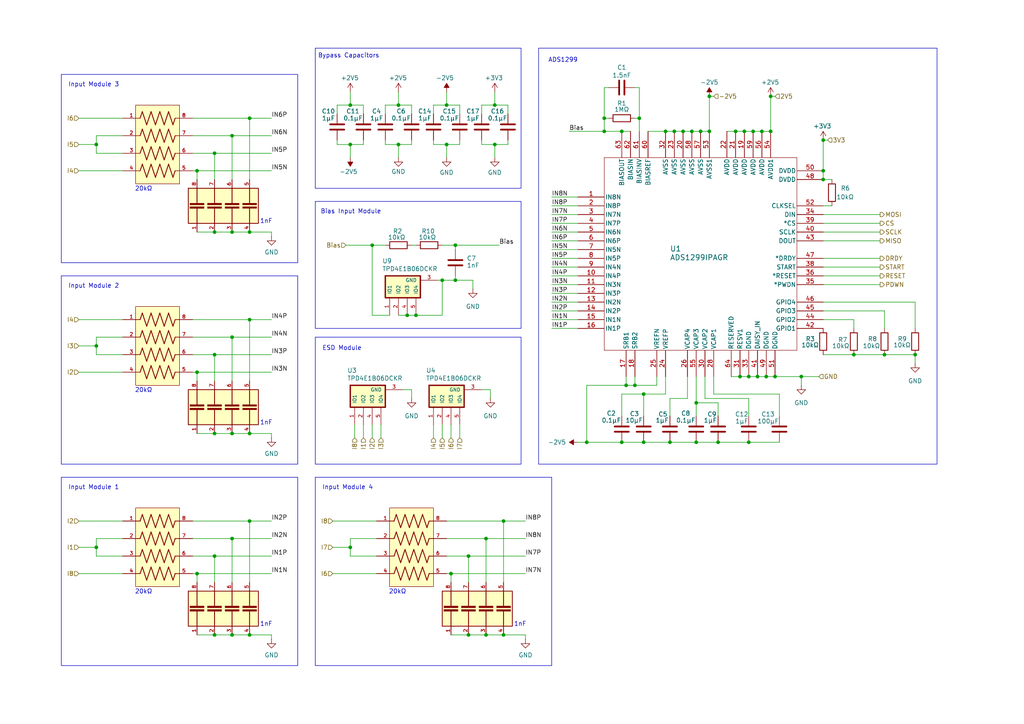
<source format=kicad_sch>
(kicad_sch (version 20231120) (generator "eeschema") (generator_version "8.0")
  (paper "A4")
  (junction (at 72.39 125.73))
  (junction (at 132.08 71.12))
  (junction (at 175.26 34.29))
  (junction (at 219.71 109.22))
  (junction (at 265.43 102.87))
  (junction (at 67.31 39.37))
  (junction (at 72.39 151.13))
  (junction (at 27.94 100.33))
  (junction (at 256.54 102.87))
  (junction (at 27.94 41.91))
  (junction (at 120.65 91.44))
  (junction (at 194.31 128.27))
  (junction (at 135.89 184.15))
  (junction (at 135.89 161.29))
  (junction (at 67.31 125.73))
  (junction (at 217.17 128.27))
  (junction (at 205.74 38.1))
  (junction (at 146.05 151.13))
  (junction (at 208.28 128.27))
  (junction (at 62.23 161.29))
  (junction (at 185.42 34.29))
  (junction (at 72.39 67.31))
  (junction (at 184.15 111.76))
  (junction (at 247.65 102.87))
  (junction (at 115.57 30.48))
  (junction (at 67.31 67.31))
  (junction (at 67.31 97.79))
  (junction (at 72.39 34.29))
  (junction (at 101.6 41.91))
  (junction (at 101.6 30.48))
  (junction (at 62.23 125.73))
  (junction (at 201.93 116.84))
  (junction (at 238.76 40.64))
  (junction (at 140.97 156.21))
  (junction (at 107.95 71.12))
  (junction (at 57.15 49.53))
  (junction (at 118.11 91.44))
  (junction (at 238.76 49.53))
  (junction (at 128.27 81.28))
  (junction (at 223.52 27.94))
  (junction (at 170.18 128.27))
  (junction (at 198.12 38.1))
  (junction (at 62.23 67.31))
  (junction (at 140.97 184.15))
  (junction (at 180.34 128.27))
  (junction (at 146.05 184.15))
  (junction (at 218.44 38.1))
  (junction (at 129.54 30.48))
  (junction (at 132.08 81.28))
  (junction (at 205.74 27.94))
  (junction (at 186.69 114.3))
  (junction (at 224.79 109.22))
  (junction (at 72.39 92.71))
  (junction (at 62.23 102.87))
  (junction (at 186.69 128.27))
  (junction (at 62.23 44.45))
  (junction (at 214.63 109.22))
  (junction (at 129.54 41.91))
  (junction (at 181.61 111.76))
  (junction (at 143.51 30.48))
  (junction (at 232.41 109.22))
  (junction (at 62.23 184.15))
  (junction (at 223.52 38.1))
  (junction (at 27.94 158.75))
  (junction (at 200.66 38.1))
  (junction (at 175.26 38.1))
  (junction (at 67.31 156.21))
  (junction (at 193.04 38.1))
  (junction (at 57.15 166.37))
  (junction (at 115.57 41.91))
  (junction (at 217.17 109.22))
  (junction (at 195.58 38.1))
  (junction (at 101.6 158.75))
  (junction (at 238.76 52.07))
  (junction (at 220.98 38.1))
  (junction (at 180.34 38.1))
  (junction (at 215.9 38.1))
  (junction (at 143.51 41.91))
  (junction (at 72.39 184.15))
  (junction (at 130.81 166.37))
  (junction (at 57.15 107.95))
  (junction (at 201.93 128.27))
  (junction (at 213.36 38.1))
  (junction (at 203.2 38.1))
  (junction (at 67.31 184.15))
  (junction (at 222.25 109.22))
  (wire (pts (xy 55.88 92.71) (xy 72.39 92.71)))
  (wire (pts (xy 105.41 123.19) (xy 105.41 127)))
  (wire (pts (xy 113.03 91.44) (xy 107.95 91.44)))
  (wire (pts (xy 119.38 113.03) (xy 116.84 113.03)))
  (wire (pts (xy 160.02 95.25) (xy 167.64 95.25)))
  (wire (pts (xy 57.15 166.37) (xy 57.15 168.91)))
  (wire (pts (xy 125.73 30.48) (xy 129.54 30.48)))
  (wire (pts (xy 111.76 41.91) (xy 111.76 40.64)))
  (wire (pts (xy 102.87 123.19) (xy 102.87 127)))
  (wire (pts (xy 128.27 81.28) (xy 128.27 91.44)))
  (wire (pts (xy 220.98 38.1) (xy 223.52 38.1)))
  (wire (pts (xy 129.54 156.21) (xy 140.97 156.21)))
  (wire (pts (xy 107.95 71.12) (xy 111.76 71.12)))
  (wire (pts (xy 180.34 128.27) (xy 186.69 128.27)))
  (wire (pts (xy 207.01 109.22) (xy 207.01 114.3)))
  (wire (pts (xy 175.26 25.4) (xy 176.53 25.4)))
  (wire (pts (xy 139.7 41.91) (xy 139.7 40.64)))
  (wire (pts (xy 101.6 41.91) (xy 105.41 41.91)))
  (wire (pts (xy 194.31 128.27) (xy 201.93 128.27)))
  (wire (pts (xy 186.69 114.3) (xy 186.69 120.65)))
  (wire (pts (xy 184.15 111.76) (xy 190.5 111.76)))
  (wire (pts (xy 160.02 80.01) (xy 167.64 80.01)))
  (wire (pts (xy 97.79 41.91) (xy 97.79 40.64)))
  (wire (pts (xy 107.95 123.19) (xy 107.95 127)))
  (wire (pts (xy 185.42 25.4) (xy 184.15 25.4)))
  (wire (pts (xy 160.02 82.55) (xy 167.64 82.55)))
  (wire (pts (xy 265.43 87.63) (xy 265.43 95.25)))
  (wire (pts (xy 115.57 30.48) (xy 119.38 30.48)))
  (wire (pts (xy 160.02 59.69) (xy 167.64 59.69)))
  (wire (pts (xy 27.94 161.29) (xy 35.56 161.29)))
  (wire (pts (xy 247.65 92.71) (xy 247.65 95.25)))
  (wire (pts (xy 132.08 80.01) (xy 132.08 81.28)))
  (wire (pts (xy 96.52 166.37) (xy 109.22 166.37)))
  (wire (pts (xy 181.61 111.76) (xy 184.15 111.76)))
  (wire (pts (xy 62.23 102.87) (xy 78.74 102.87)))
  (wire (pts (xy 57.15 184.15) (xy 62.23 184.15)))
  (wire (pts (xy 160.02 64.77) (xy 167.64 64.77)))
  (wire (pts (xy 55.88 39.37) (xy 67.31 39.37)))
  (wire (pts (xy 62.23 161.29) (xy 62.23 168.91)))
  (wire (pts (xy 22.86 49.53) (xy 35.56 49.53)))
  (wire (pts (xy 204.47 115.57) (xy 217.17 115.57)))
  (wire (pts (xy 147.32 41.91) (xy 147.32 40.64)))
  (wire (pts (xy 205.74 27.94) (xy 207.01 27.94)))
  (wire (pts (xy 128.27 71.12) (xy 132.08 71.12)))
  (wire (pts (xy 133.35 30.48) (xy 133.35 33.02)))
  (wire (pts (xy 22.86 166.37) (xy 35.56 166.37)))
  (wire (pts (xy 132.08 81.28) (xy 137.16 81.28)))
  (wire (pts (xy 57.15 107.95) (xy 78.74 107.95)))
  (wire (pts (xy 180.34 120.65) (xy 180.34 114.3)))
  (wire (pts (xy 133.35 123.19) (xy 133.35 127)))
  (wire (pts (xy 105.41 41.91) (xy 105.41 40.64)))
  (wire (pts (xy 160.02 57.15) (xy 167.64 57.15)))
  (wire (pts (xy 62.23 67.31) (xy 67.31 67.31)))
  (wire (pts (xy 125.73 33.02) (xy 125.73 30.48)))
  (wire (pts (xy 180.34 114.3) (xy 186.69 114.3)))
  (wire (pts (xy 120.65 91.44) (xy 128.27 91.44)))
  (wire (pts (xy 143.51 41.91) (xy 143.51 45.72)))
  (wire (pts (xy 111.76 33.02) (xy 111.76 30.48)))
  (wire (pts (xy 111.76 30.48) (xy 115.57 30.48)))
  (wire (pts (xy 200.66 38.1) (xy 203.2 38.1)))
  (wire (pts (xy 219.71 109.22) (xy 222.25 109.22)))
  (wire (pts (xy 22.86 107.95) (xy 35.56 107.95)))
  (wire (pts (xy 142.24 113.03) (xy 139.7 113.03)))
  (wire (pts (xy 238.76 77.47) (xy 255.27 77.47)))
  (wire (pts (xy 160.02 67.31) (xy 167.64 67.31)))
  (wire (pts (xy 67.31 39.37) (xy 78.74 39.37)))
  (wire (pts (xy 130.81 166.37) (xy 130.81 168.91)))
  (wire (pts (xy 217.17 115.57) (xy 217.17 120.65)))
  (wire (pts (xy 128.27 123.19) (xy 128.27 127)))
  (wire (pts (xy 185.42 25.4) (xy 185.42 34.29)))
  (wire (pts (xy 97.79 30.48) (xy 101.6 30.48)))
  (wire (pts (xy 119.38 115.57) (xy 119.38 113.03)))
  (wire (pts (xy 238.76 74.93) (xy 255.27 74.93)))
  (wire (pts (xy 67.31 67.31) (xy 72.39 67.31)))
  (wire (pts (xy 146.05 168.91) (xy 146.05 151.13)))
  (wire (pts (xy 238.76 64.77) (xy 255.27 64.77)))
  (wire (pts (xy 207.01 114.3) (xy 226.06 114.3)))
  (wire (pts (xy 135.89 161.29) (xy 135.89 168.91)))
  (wire (pts (xy 201.93 128.27) (xy 208.28 128.27)))
  (wire (pts (xy 170.18 111.76) (xy 170.18 128.27)))
  (wire (pts (xy 222.25 109.22) (xy 224.79 109.22)))
  (wire (pts (xy 160.02 72.39) (xy 167.64 72.39)))
  (wire (pts (xy 160.02 85.09) (xy 167.64 85.09)))
  (wire (pts (xy 57.15 67.31) (xy 62.23 67.31)))
  (wire (pts (xy 62.23 44.45) (xy 78.74 44.45)))
  (wire (pts (xy 238.76 90.17) (xy 256.54 90.17)))
  (wire (pts (xy 67.31 156.21) (xy 67.31 168.91)))
  (wire (pts (xy 217.17 128.27) (xy 226.06 128.27)))
  (wire (pts (xy 135.89 161.29) (xy 152.4 161.29)))
  (wire (pts (xy 238.76 80.01) (xy 255.27 80.01)))
  (wire (pts (xy 55.88 107.95) (xy 57.15 107.95)))
  (wire (pts (xy 194.31 115.57) (xy 194.31 120.65)))
  (wire (pts (xy 67.31 97.79) (xy 78.74 97.79)))
  (wire (pts (xy 193.04 38.1) (xy 195.58 38.1)))
  (wire (pts (xy 119.38 41.91) (xy 119.38 40.64)))
  (wire (pts (xy 208.28 128.27) (xy 217.17 128.27)))
  (wire (pts (xy 57.15 49.53) (xy 57.15 52.07)))
  (wire (pts (xy 143.51 30.48) (xy 147.32 30.48)))
  (wire (pts (xy 22.86 151.13) (xy 35.56 151.13)))
  (wire (pts (xy 27.94 97.79) (xy 35.56 97.79)))
  (wire (pts (xy 55.88 166.37) (xy 57.15 166.37)))
  (wire (pts (xy 201.93 120.65) (xy 201.93 116.84)))
  (wire (pts (xy 217.17 109.22) (xy 219.71 109.22)))
  (wire (pts (xy 160.02 69.85) (xy 167.64 69.85)))
  (wire (pts (xy 201.93 116.84) (xy 208.28 116.84)))
  (wire (pts (xy 119.38 71.12) (xy 120.65 71.12)))
  (wire (pts (xy 55.88 156.21) (xy 67.31 156.21)))
  (wire (pts (xy 185.42 34.29) (xy 185.42 38.1)))
  (wire (pts (xy 101.6 161.29) (xy 109.22 161.29)))
  (wire (pts (xy 55.88 49.53) (xy 57.15 49.53)))
  (wire (pts (xy 115.57 91.44) (xy 118.11 91.44)))
  (wire (pts (xy 67.31 156.21) (xy 78.74 156.21)))
  (wire (pts (xy 55.88 151.13) (xy 72.39 151.13)))
  (wire (pts (xy 78.74 67.31) (xy 72.39 67.31)))
  (wire (pts (xy 62.23 125.73) (xy 67.31 125.73)))
  (wire (pts (xy 146.05 151.13) (xy 152.4 151.13)))
  (wire (pts (xy 78.74 125.73) (xy 72.39 125.73)))
  (wire (pts (xy 27.94 100.33) (xy 27.94 102.87)))
  (wire (pts (xy 132.08 72.39) (xy 132.08 71.12)))
  (wire (pts (xy 170.18 111.76) (xy 181.61 111.76)))
  (wire (pts (xy 125.73 123.19) (xy 125.73 127)))
  (wire (pts (xy 27.94 39.37) (xy 35.56 39.37)))
  (wire (pts (xy 215.9 38.1) (xy 218.44 38.1)))
  (wire (pts (xy 129.54 26.67) (xy 129.54 30.48)))
  (wire (pts (xy 78.74 127) (xy 78.74 125.73)))
  (wire (pts (xy 232.41 109.22) (xy 237.49 109.22)))
  (wire (pts (xy 115.57 41.91) (xy 119.38 41.91)))
  (wire (pts (xy 130.81 166.37) (xy 152.4 166.37)))
  (wire (pts (xy 105.41 30.48) (xy 105.41 33.02)))
  (wire (pts (xy 199.39 109.22) (xy 199.39 115.57)))
  (wire (pts (xy 238.76 92.71) (xy 247.65 92.71)))
  (wire (pts (xy 143.51 26.67) (xy 143.51 30.48)))
  (wire (pts (xy 241.3 59.69) (xy 238.76 59.69)))
  (wire (pts (xy 57.15 107.95) (xy 57.15 110.49)))
  (wire (pts (xy 101.6 156.21) (xy 109.22 156.21)))
  (wire (pts (xy 223.52 27.94) (xy 224.79 27.94)))
  (wire (pts (xy 232.41 109.22) (xy 224.79 109.22)))
  (wire (pts (xy 142.24 115.57) (xy 142.24 113.03)))
  (wire (pts (xy 198.12 38.1) (xy 200.66 38.1)))
  (wire (pts (xy 204.47 109.22) (xy 204.47 115.57)))
  (wire (pts (xy 96.52 151.13) (xy 109.22 151.13)))
  (wire (pts (xy 175.26 25.4) (xy 175.26 34.29)))
  (wire (pts (xy 140.97 156.21) (xy 140.97 168.91)))
  (wire (pts (xy 238.76 69.85) (xy 255.27 69.85)))
  (wire (pts (xy 67.31 97.79) (xy 67.31 110.49)))
  (wire (pts (xy 72.39 34.29) (xy 78.74 34.29)))
  (wire (pts (xy 22.86 34.29) (xy 35.56 34.29)))
  (wire (pts (xy 96.52 158.75) (xy 101.6 158.75)))
  (wire (pts (xy 205.74 27.94) (xy 205.74 38.1)))
  (wire (pts (xy 107.95 91.44) (xy 107.95 71.12)))
  (wire (pts (xy 160.02 74.93) (xy 167.64 74.93)))
  (wire (pts (xy 129.54 41.91) (xy 129.54 45.72)))
  (wire (pts (xy 218.44 38.1) (xy 220.98 38.1)))
  (wire (pts (xy 119.38 30.48) (xy 119.38 33.02)))
  (wire (pts (xy 241.3 52.07) (xy 238.76 52.07)))
  (wire (pts (xy 97.79 33.02) (xy 97.79 30.48)))
  (wire (pts (xy 97.79 41.91) (xy 101.6 41.91)))
  (wire (pts (xy 72.39 52.07) (xy 72.39 34.29)))
  (wire (pts (xy 139.7 33.02) (xy 139.7 30.48)))
  (wire (pts (xy 130.81 184.15) (xy 135.89 184.15)))
  (wire (pts (xy 165.1 38.1) (xy 175.26 38.1)))
  (wire (pts (xy 187.96 38.1) (xy 193.04 38.1)))
  (wire (pts (xy 215.9 38.1) (xy 213.36 38.1)))
  (wire (pts (xy 22.86 92.71) (xy 35.56 92.71)))
  (wire (pts (xy 27.94 39.37) (xy 27.94 41.91)))
  (wire (pts (xy 256.54 90.17) (xy 256.54 95.25)))
  (wire (pts (xy 240.03 40.64) (xy 238.76 40.64)))
  (wire (pts (xy 170.18 128.27) (xy 180.34 128.27)))
  (wire (pts (xy 55.88 102.87) (xy 62.23 102.87)))
  (wire (pts (xy 160.02 77.47) (xy 167.64 77.47)))
  (wire (pts (xy 175.26 38.1) (xy 180.34 38.1)))
  (wire (pts (xy 67.31 39.37) (xy 67.31 52.07)))
  (wire (pts (xy 160.02 90.17) (xy 167.64 90.17)))
  (wire (pts (xy 62.23 44.45) (xy 62.23 52.07)))
  (wire (pts (xy 27.94 41.91) (xy 27.94 44.45)))
  (wire (pts (xy 57.15 49.53) (xy 78.74 49.53)))
  (wire (pts (xy 62.23 184.15) (xy 67.31 184.15)))
  (wire (pts (xy 132.08 71.12) (xy 144.78 71.12)))
  (wire (pts (xy 140.97 184.15) (xy 146.05 184.15)))
  (wire (pts (xy 152.4 184.15) (xy 146.05 184.15)))
  (wire (pts (xy 67.31 125.73) (xy 72.39 125.73)))
  (wire (pts (xy 101.6 156.21) (xy 101.6 158.75)))
  (wire (pts (xy 27.94 44.45) (xy 35.56 44.45)))
  (wire (pts (xy 201.93 109.22) (xy 201.93 116.84)))
  (wire (pts (xy 193.04 109.22) (xy 193.04 114.3)))
  (wire (pts (xy 247.65 102.87) (xy 256.54 102.87)))
  (wire (pts (xy 152.4 185.42) (xy 152.4 184.15)))
  (wire (pts (xy 160.02 62.23) (xy 167.64 62.23)))
  (wire (pts (xy 184.15 109.22) (xy 184.15 111.76)))
  (wire (pts (xy 238.76 40.64) (xy 238.76 49.53)))
  (wire (pts (xy 190.5 109.22) (xy 190.5 111.76)))
  (wire (pts (xy 115.57 41.91) (xy 115.57 45.72)))
  (wire (pts (xy 115.57 26.67) (xy 115.57 30.48)))
  (wire (pts (xy 143.51 41.91) (xy 147.32 41.91)))
  (wire (pts (xy 210.82 38.1) (xy 213.36 38.1)))
  (wire (pts (xy 129.54 151.13) (xy 146.05 151.13)))
  (wire (pts (xy 22.86 158.75) (xy 27.94 158.75)))
  (wire (pts (xy 180.34 38.1) (xy 182.88 38.1)))
  (wire (pts (xy 110.49 123.19) (xy 110.49 127)))
  (wire (pts (xy 203.2 38.1) (xy 205.74 38.1)))
  (wire (pts (xy 22.86 100.33) (xy 27.94 100.33)))
  (wire (pts (xy 55.88 161.29) (xy 62.23 161.29)))
  (wire (pts (xy 238.76 82.55) (xy 255.27 82.55)))
  (wire (pts (xy 137.16 81.28) (xy 137.16 83.82)))
  (wire (pts (xy 185.42 34.29) (xy 184.15 34.29)))
  (wire (pts (xy 72.39 168.91) (xy 72.39 151.13)))
  (wire (pts (xy 139.7 30.48) (xy 143.51 30.48)))
  (wire (pts (xy 72.39 110.49) (xy 72.39 92.71)))
  (wire (pts (xy 135.89 184.15) (xy 140.97 184.15)))
  (wire (pts (xy 175.26 34.29) (xy 176.53 34.29)))
  (wire (pts (xy 238.76 62.23) (xy 255.27 62.23)))
  (wire (pts (xy 208.28 116.84) (xy 208.28 120.65)))
  (wire (pts (xy 101.6 26.67) (xy 101.6 30.48)))
  (wire (pts (xy 72.39 151.13) (xy 78.74 151.13)))
  (wire (pts (xy 212.09 109.22) (xy 214.63 109.22)))
  (wire (pts (xy 129.54 41.91) (xy 133.35 41.91)))
  (wire (pts (xy 181.61 109.22) (xy 181.61 111.76)))
  (wire (pts (xy 238.76 67.31) (xy 255.27 67.31)))
  (wire (pts (xy 101.6 158.75) (xy 101.6 161.29)))
  (wire (pts (xy 186.69 128.27) (xy 194.31 128.27)))
  (wire (pts (xy 100.33 71.12) (xy 107.95 71.12)))
  (wire (pts (xy 127 81.28) (xy 128.27 81.28)))
  (wire (pts (xy 214.63 109.22) (xy 217.17 109.22)))
  (wire (pts (xy 130.81 123.19) (xy 130.81 127)))
  (wire (pts (xy 129.54 166.37) (xy 130.81 166.37)))
  (wire (pts (xy 195.58 38.1) (xy 198.12 38.1)))
  (wire (pts (xy 223.52 27.94) (xy 223.52 38.1)))
  (wire (pts (xy 55.88 34.29) (xy 72.39 34.29)))
  (wire (pts (xy 111.76 41.91) (xy 115.57 41.91)))
  (wire (pts (xy 27.94 158.75) (xy 27.94 161.29)))
  (wire (pts (xy 133.35 41.91) (xy 133.35 40.64)))
  (wire (pts (xy 125.73 41.91) (xy 125.73 40.64)))
  (wire (pts (xy 27.94 156.21) (xy 35.56 156.21)))
  (wire (pts (xy 129.54 161.29) (xy 135.89 161.29)))
  (wire (pts (xy 22.86 41.91) (xy 27.94 41.91)))
  (wire (pts (xy 67.31 184.15) (xy 72.39 184.15)))
  (wire (pts (xy 199.39 115.57) (xy 194.31 115.57)))
  (wire (pts (xy 125.73 41.91) (xy 129.54 41.91)))
  (wire (pts (xy 101.6 30.48) (xy 105.41 30.48)))
  (wire (pts (xy 175.26 34.29) (xy 175.26 38.1)))
  (wire (pts (xy 265.43 105.41) (xy 265.43 102.87)))
  (wire (pts (xy 57.15 125.73) (xy 62.23 125.73)))
  (wire (pts (xy 57.15 166.37) (xy 78.74 166.37)))
  (wire (pts (xy 118.11 91.44) (xy 120.65 91.44)))
  (wire (pts (xy 139.7 41.91) (xy 143.51 41.91)))
  (wire (pts (xy 129.54 30.48) (xy 133.35 30.48)))
  (wire (pts (xy 78.74 68.58) (xy 78.74 67.31)))
  (wire (pts (xy 55.88 44.45) (xy 62.23 44.45)))
  (wire (pts (xy 140.97 156.21) (xy 152.4 156.21)))
  (wire (pts (xy 226.06 114.3) (xy 226.06 120.65)))
  (wire (pts (xy 238.76 87.63) (xy 265.43 87.63)))
  (wire (pts (xy 78.74 185.42) (xy 78.74 184.15)))
  (wire (pts (xy 238.76 49.53) (xy 238.76 52.07)))
  (wire (pts (xy 147.32 30.48) (xy 147.32 33.02)))
  (wire (pts (xy 160.02 92.71) (xy 167.64 92.71)))
  (wire (pts (xy 265.43 102.87) (xy 256.54 102.87)))
  (wire (pts (xy 72.39 92.71) (xy 78.74 92.71)))
  (wire (pts (xy 238.76 102.87) (xy 247.65 102.87)))
  (wire (pts (xy 55.88 97.79) (xy 67.31 97.79)))
  (wire (pts (xy 78.74 184.15) (xy 72.39 184.15)))
  (wire (pts (xy 62.23 161.29) (xy 78.74 161.29)))
  (wire (pts (xy 160.02 87.63) (xy 167.64 87.63)))
  (wire (pts (xy 101.6 41.91) (xy 101.6 45.72)))
  (wire (pts (xy 232.41 111.76) (xy 232.41 109.22)))
  (wire (pts (xy 27.94 156.21) (xy 27.94 158.75)))
  (wire (pts (xy 27.94 97.79) (xy 27.94 100.33)))
  (wire (pts (xy 167.64 128.27) (xy 170.18 128.27)))
  (wire (pts (xy 62.23 102.87) (xy 62.23 110.49)))
  (wire (pts (xy 193.04 114.3) (xy 186.69 114.3)))
  (wire (pts (xy 27.94 102.87) (xy 35.56 102.87)))
  (wire (pts (xy 132.08 81.28) (xy 128.27 81.28)))
  (rectangle (start 91.44 13.97) (end 151.13 54.61))
  (rectangle (start 17.78 21.59) (end 86.36 76.2))
  (rectangle (start 17.78 80.01) (end 86.36 134.62))
  (rectangle (start 17.78 138.43) (end 86.36 193.04))
  (rectangle (start 91.44 138.43) (end 160.02 193.04))
  (rectangle (start 156.21 13.97) (end 271.78 134.62))
  (rectangle (start 91.44 58.42) (end 151.13 95.25))
  (rectangle (start 91.44 97.79) (end 151.13 134.62))
  (text "Input Module 3\n" (at 19.812 23.876 0) (effects (font (size 1.27 1.27)) (justify left top)))
  (text "1nF" (at 150.876 181.102 0) (effects (font (size 1.27 1.27))))
  (text "1nF" (at 77.216 122.682 0) (effects (font (size 1.27 1.27))))
  (text "Bypass Capacitors" (at 92.202 15.494 0) (effects (font (size 1.27 1.27)) (justify left top)))
  (text "ESD Module" (at 93.472 100.33 0) (effects (font (size 1.27 1.27)) (justify left top)))
  (text "1nF" (at 77.216 64.262 0) (effects (font (size 1.27 1.27))))
  (text "20kΩ" (at 41.656 171.704 0) (effects (font (size 1.27 1.27))))
  (text "1nF" (at 77.216 181.102 0) (effects (font (size 1.27 1.27))))
  (text "20kΩ" (at 115.316 171.704 0) (effects (font (size 1.27 1.27))))
  (text "20kΩ" (at 41.656 113.284 0) (effects (font (size 1.27 1.27))))
  (text "Bias Input Module\n" (at 92.964 60.706 0) (effects (font (size 1.27 1.27)) (justify left top)))
  (text "Input Module 1" (at 19.812 140.716 0) (effects (font (size 1.27 1.27)) (justify left top)))
  (text "20kΩ" (at 41.656 54.864 0) (effects (font (size 1.27 1.27))))
  (text "Input Module 4\n\n" (at 93.472 140.716 0) (effects (font (size 1.27 1.27)) (justify left top)))
  (text "ADS1299" (at 159.004 16.764 0) (effects (font (size 1.27 1.27)) (justify left top)))
  (text "Input Module 2\n\n" (at 19.812 82.296 0) (effects (font (size 1.27 1.27)) (justify left top)))
  (label "IN4N" (at 78.74 97.79 0))
  (label "IN1N" (at 78.74 166.37 0))
  (label "IN3P" (at 160.02 85.09 0))
  (label "IN2P" (at 78.74 151.13 0))
  (label "IN6N" (at 78.74 39.37 0))
  (label "IN2N" (at 160.02 87.63 0))
  (label "IN4P" (at 160.02 80.01 0))
  (label "IN2P" (at 160.02 90.17 0))
  (label "IN8P" (at 160.02 59.69 0))
  (label "IN5N" (at 78.74 49.53 0))
  (label "IN5P" (at 78.74 44.45 0))
  (label "IN3N" (at 160.02 82.55 0))
  (label "IN6N" (at 160.02 67.31 0))
  (label "IN6P" (at 78.74 34.29 0))
  (label "IN6P" (at 160.02 69.85 0))
  (label "IN4N" (at 160.02 77.47 0))
  (label "IN7N" (at 152.4 166.37 0))
  (label "IN5N" (at 160.02 72.39 0))
  (label "Bias" (at 144.78 71.12 0))
  (label "IN1P" (at 160.02 95.25 0))
  (label "IN3N" (at 78.74 107.95 0))
  (label "IN7N" (at 160.02 62.23 0))
  (label "IN3P" (at 78.74 102.87 0))
  (label "IN7P" (at 152.4 161.29 0))
  (label "IN7P" (at 160.02 64.77 0))
  (label "IN8P" (at 152.4 151.13 0))
  (label "IN2N" (at 78.74 156.21 0))
  (label "IN8N" (at 152.4 156.21 0))
  (label "IN1N" (at 160.02 92.71 0))
  (label "IN1P" (at 78.74 161.29 0))
  (label "Bias" (at 165.1 38.1 0))
  (label "IN8N" (at 160.02 57.15 0))
  (label "IN4P" (at 78.74 92.71 0))
  (label "IN5P" (at 160.02 74.93 0))
  (hierarchical_label "I8" (shape input) (at 22.86 166.37 180))
  (hierarchical_label "I3" (shape input) (at 22.86 100.33 180))
  (hierarchical_label "I2" (shape input) (at 107.95 127 270))
  (hierarchical_label "3V3" (shape input) (at 240.03 40.64 0))
  (hierarchical_label "I1" (shape input) (at 105.41 127 270))
  (hierarchical_label "I8" (shape input) (at 96.52 151.13 180))
  (hierarchical_label "START" (shape output) (at 255.27 77.47 0))
  (hierarchical_label "I2" (shape input) (at 22.86 151.13 180))
  (hierarchical_label "I4" (shape input) (at 125.73 127 270))
  (hierarchical_label "I4" (shape input) (at 22.86 92.71 180))
  (hierarchical_label "I2" (shape input) (at 22.86 107.95 180))
  (hierarchical_label "CS" (shape output) (at 255.27 64.77 0))
  (hierarchical_label "SCLK" (shape output) (at 255.27 67.31 0))
  (hierarchical_label "I3" (shape input) (at 110.49 127 270))
  (hierarchical_label "I7" (shape input) (at 133.35 127 270))
  (hierarchical_label "I4" (shape input) (at 22.86 49.53 180))
  (hierarchical_label "2V5" (shape input) (at 224.79 27.94 0))
  (hierarchical_label "PDWN" (shape output) (at 255.27 82.55 0))
  (hierarchical_label "DRDY" (shape output) (at 255.27 74.93 0))
  (hierarchical_label "I6" (shape input) (at 96.52 166.37 180))
  (hierarchical_label "Bias" (shape input) (at 100.33 71.12 180))
  (hierarchical_label "I5" (shape input) (at 128.27 127 270))
  (hierarchical_label "I7" (shape input) (at 96.52 158.75 180))
  (hierarchical_label "MISO" (shape output) (at 255.27 69.85 0))
  (hierarchical_label "RESET" (shape output) (at 255.27 80.01 0))
  (hierarchical_label "I1" (shape input) (at 22.86 158.75 180))
  (hierarchical_label "I6" (shape input) (at 130.81 127 270))
  (hierarchical_label "I8" (shape input) (at 102.87 127 270))
  (hierarchical_label "MOSI" (shape output) (at 255.27 62.23 0))
  (hierarchical_label "I6" (shape input) (at 22.86 34.29 180))
  (hierarchical_label "-2V5" (shape input) (at 207.01 27.94 0))
  (hierarchical_label "I5" (shape input) (at 22.86 41.91 180))
  (hierarchical_label "GND" (shape input) (at 237.49 109.22 0))
  (symbol (lib_id "Device:R") (at 124.46 71.12 270) (unit 1)
    (property "Reference" "R10" (at 124.206 67.056 90))
    (property "Value" "10kΩ" (at 123.952 68.834 90))
    (property "Footprint" "Resistor_SMD:R_0805_2012Metric_Pad1.20x1.40mm_HandSolder" (effects (hide yes)))
    (property "Description" "Resistor" (effects (hide yes)))
  )
  (symbol (lib_id "custom_lib:CAY16-103J4LF") (at 119.38 158.75 0) (unit 1)
    (property "Reference" "RN5" (effects (hide yes)))
    (property "Value" "CAY16-103J4LF" (effects (hide yes)))
    (property "Footprint" "CustomLib:CAT16A203J4LF" (effects (hide yes)))
    (property "Description" "75 Ohm ±5% 62.5mW Power Per Element Isolated Resistor Network/Array ±200ppm/°C 1206 (3216 Metric), Convex, Long Side Terminals" (effects (hide yes)))
    (property "MF" "Bourns" (effects (hide yes)))
    (property "MOUSER-PURCHASE-URL" "https://snapeda.com/shop?store=Mouser&id=1382804" (effects (hide yes)))
    (property "PACKAGE" "1206 Bourns" (effects (hide yes)))
    (property "PRICE" "None" (effects (hide yes)))
    (property "Package" "NON STANDARD-8 Bourns" (effects (hide yes)))
    (property "Check_prices" "https://www.snapeda.com/parts/CAY16-103J4LF/Bourns+-+J.W.+Miller/view-part/?ref=eda" (effects (hide yes)))
    (property "Price" "None" (effects (hide yes)))
    (property "SnapEDA_Link" "https://www.snapeda.com/parts/CAY16-103J4LF/Bourns+-+J.W.+Miller/view-part/?ref=snap" (effects (hide yes)))
    (property "MP" "CAY16-103J4LF" (effects (hide yes)))
    (property "DIGIKEY-PURCHASE-URL" "https://snapeda.com/shop?store=DigiKey&id=1382804" (effects (hide yes)))
    (property "Purchase-URL" "https://www.snapeda.com/api/url_track_click_mouser/?unipart_id=47136&manufacturer=Bourns&part_name=CAY16-103J4LF&search_term=None" (effects (hide yes)))
    (property "Availability" "In Stock" (effects (hide yes)))
    (property "AVAILABILITY" "Good" (effects (hide yes)))
    (property "Description_1" "\nResistor, Chip Array,10 Kilohms,62 mW,+ 5%,50 V (Max.) | Bourns CAY16-103J4LF\n" (effects (hide yes)))
  )
  (symbol (lib_id "custom_lib:W2A41C681KAT2A") (at 64.77 118.11 90) (unit 1)
    (property "Reference" "CN6" (effects (hide yes)))
    (property "Value" "W2A41C681KAT2A" (effects (hide yes)))
    (property "Footprint" "CustomLib:W3A41C102MAT2A" (effects (hide yes)))
    (property "MF" "AVX" (effects (hide yes)))
    (property "Description_1" "\n680pF Isolated Capacitor 4 Array 100 V X7R 0508 (1220 Metric)\n" (effects (hide yes)))
    (property "Package" "0508 AVX" (effects (hide yes)))
    (property "Price" "None" (effects (hide yes)))
    (property "Check_prices" "https://www.snapeda.com/parts/W2A41C681KAT2A/AVX/view-part/?ref=eda" (effects (hide yes)))
    (property "STANDARD" "IPC 7351B" (effects (hide yes)))
    (property "SnapEDA_Link" "https://www.snapeda.com/parts/W2A41C681KAT2A/AVX/view-part/?ref=snap" (effects (hide yes)))
    (property "MP" "W2A41C681KAT2A" (effects (hide yes)))
    (property "Availability" "In Stock" (effects (hide yes)))
    (property "MANUFACTURER" "AVX" (effects (hide yes)))
  )
  (symbol (lib_id "Device:C") (at 180.34 124.46 180) (unit 1)
    (property "Reference" "C2" (at 177.292 119.888 0))
    (property "Value" "0.1µF " (at 177.8 121.92 0))
    (property "Footprint" "Capacitor_SMD:C_0603_1608Metric_Pad1.08x0.95mm_HandSolder" (effects (hide yes)))
    (property "Description" "Unpolarized capacitor" (effects (hide yes)))
  )
  (symbol (lib_id "power:GND") (at 232.41 111.76 0) (unit 1)
    (property "Reference" "#PWR07" (effects (hide yes)))
    (property "Value" "GND" (at 232.41 116.84 0))
    (property "Description" "Power symbol creates a global label with name \"GND\" , ground" (effects (hide yes)))
  )
  (symbol (lib_name "TPD4E1B06DCKR_1") (lib_id "custom_lib:TPD4E1B06DCKR") (at 114.3 119.38 0) (unit 1)
    (property "Reference" "U3" (at 102.108 107.442 0))
    (property "Value" "TPD4E1B06DCKR" (at 108.712 109.728 0))
    (property "Footprint" "CustomLib:tpd4e1b06dckr" (effects (hide yes)))
    (property "MF" "Texas Instruments" (effects (hide yes)))
    (property "Description_1" "\nQuad 0.7-pF, ±5.5-V, ±12-kV ESD protection diode with 0.5-nA max leakage in SOT & SC70 packages\n" (effects (hide yes)))
    (property "Package" "SOT-SC70-6 Texas Instruments" (effects (hide yes)))
    (property "Price" "None" (effects (hide yes)))
    (property "SnapEDA_Link" "https://www.snapeda.com/parts/TPD4E1B06DCKR/Texas+Instruments/view-part/?ref=snap" (effects (hide yes)))
    (property "MP" "TPD4E1B06DCKR" (effects (hide yes)))
    (property "Purchase-URL" "https://www.snapeda.com/api/url_track_click_mouser/?unipart_id=46121&manufacturer=Texas Instruments&part_name=TPD4E1B06DCKR&search_term=None" (effects (hide yes)))
    (property "Availability" "In Stock" (effects (hide yes)))
    (property "Check_prices" "https://www.snapeda.com/parts/TPD4E1B06DCKR/Texas+Instruments/view-part/?ref=eda" (effects (hide yes)))
  )
  (symbol (lib_id "Device:R") (at 265.43 99.06 0) (unit 1)
    (property "Reference" "R9" (at 260.35 98.298 0) (effects (justify left)))
    (property "Value" "10kΩ" (at 259.08 100.076 0) (effects (justify left)))
    (property "Footprint" "Resistor_SMD:R_0805_2012Metric_Pad1.20x1.40mm_HandSolder" (effects (hide yes)))
    (property "Description" "Resistor" (effects (hide yes)))
  )
  (symbol (lib_id "custom_lib:W2A41C681KAT2A") (at 138.43 176.53 90) (unit 1)
    (property "Reference" "CN2" (effects (hide yes)))
    (property "Value" "W2A41C681KAT2A" (effects (hide yes)))
    (property "Footprint" "CustomLib:W3A41C102MAT2A" (effects (hide yes)))
    (property "MF" "AVX" (effects (hide yes)))
    (property "Description_1" "\n680pF Isolated Capacitor 4 Array 100 V X7R 0508 (1220 Metric)\n" (effects (hide yes)))
    (property "Package" "0508 AVX" (effects (hide yes)))
    (property "Price" "None" (effects (hide yes)))
    (property "Check_prices" "https://www.snapeda.com/parts/W2A41C681KAT2A/AVX/view-part/?ref=eda" (effects (hide yes)))
    (property "STANDARD" "IPC 7351B" (effects (hide yes)))
    (property "SnapEDA_Link" "https://www.snapeda.com/parts/W2A41C681KAT2A/AVX/view-part/?ref=snap" (effects (hide yes)))
    (property "MP" "W2A41C681KAT2A" (effects (hide yes)))
    (property "Availability" "In Stock" (effects (hide yes)))
    (property "MANUFACTURER" "AVX" (effects (hide yes)))
  )
  (symbol (lib_id "power:GND") (at 78.74 68.58 0) (unit 1)
    (property "Reference" "#PWR051" (effects (hide yes)))
    (property "Value" "GND" (at 76.708 73.152 0) (effects (justify left)))
    (property "Description" "Power symbol creates a global label with name \"GND\" , ground" (effects (hide yes)))
  )
  (symbol (lib_id "Device:C") (at 226.06 124.46 0) (unit 1)
    (property "Reference" "C13" (at 222.758 120.142 0))
    (property "Value" "100µF " (at 223.266 122.174 0))
    (property "Footprint" "Capacitor_SMD:C_1210_3225Metric_Pad1.33x2.70mm_HandSolder" (effects (hide yes)))
    (property "Description" "Unpolarized capacitor" (effects (hide yes)))
  )
  (symbol (lib_id "power:GND") (at 137.16 83.82 0) (unit 1)
    (property "Reference" "#PWR03" (effects (hide yes)))
    (property "Value" "GND" (at 137.16 88.9 0))
    (property "Description" "Power symbol creates a global label with name \"GND\" , ground" (effects (hide yes)))
  )
  (symbol (lib_id "Device:R") (at 247.65 99.06 0) (unit 1)
    (property "Reference" "R7" (at 243.078 98.552 0) (effects (justify left)))
    (property "Value" "10kΩ" (at 241.3 100.33 0) (effects (justify left)))
    (property "Footprint" "Resistor_SMD:R_0805_2012Metric_Pad1.20x1.40mm_HandSolder" (effects (hide yes)))
    (property "Description" "Resistor" (effects (hide yes)))
  )
  (symbol (lib_id "Device:C") (at 201.93 124.46 180) (unit 1)
    (property "Reference" "C8" (at 198.882 119.888 0))
    (property "Value" "0.1µF " (at 199.39 121.92 0))
    (property "Footprint" "Capacitor_SMD:C_0603_1608Metric_Pad1.08x0.95mm_HandSolder" (effects (hide yes)))
    (property "Description" "Unpolarized capacitor" (effects (hide yes)))
  )
  (symbol (lib_id "Device:R") (at 241.3 55.88 0) (unit 1)
    (property "Reference" "R6" (at 243.84 54.6099 0) (effects (justify left)))
    (property "Value" "10kΩ" (at 242.57 57.15 0) (effects (justify left)))
    (property "Footprint" "Resistor_SMD:R_0805_2012Metric_Pad1.20x1.40mm_HandSolder" (effects (hide yes)))
    (property "Description" "Resistor" (effects (hide yes)))
  )
  (symbol (lib_id "power:-2V5") (at 205.74 27.94 0) (unit 1)
    (property "Reference" "#PWR039" (effects (hide yes)))
    (property "Value" "-2V5" (at 205.74 23.876 0))
    (property "Description" "Power symbol creates a global label with name \"-2V5\"" (effects (hide yes)))
  )
  (symbol (lib_id "Device:R") (at 238.76 99.06 0) (unit 1)
    (property "Reference" "R3" (at 233.68 98.298 0) (effects (justify left)))
    (property "Value" "10kΩ" (at 232.41 100.076 0) (effects (justify left)))
    (property "Footprint" "Resistor_SMD:R_0805_2012Metric_Pad1.20x1.40mm_HandSolder" (effects (hide yes)))
    (property "Description" "Resistor" (effects (hide yes)))
  )
  (symbol (lib_id "power:GND") (at 78.74 127 0) (unit 1)
    (property "Reference" "#PWR052" (effects (hide yes)))
    (property "Value" "GND" (at 76.708 131.572 0) (effects (justify left)))
    (property "Description" "Power symbol creates a global label with name \"GND\" , ground" (effects (hide yes)))
  )
  (symbol (lib_id "power:GND") (at 119.38 115.57 0) (unit 1)
    (property "Reference" "#PWR04" (effects (hide yes)))
    (property "Value" "GND" (at 119.38 120.65 0))
    (property "Description" "Power symbol creates a global label with name \"GND\" , ground" (effects (hide yes)))
  )
  (symbol (lib_id "custom_lib:W2A41C681KAT2A") (at 64.77 176.53 90) (unit 1)
    (property "Reference" "CN7" (effects (hide yes)))
    (property "Value" "W2A41C681KAT2A" (effects (hide yes)))
    (property "Footprint" "CustomLib:W3A41C102MAT2A" (effects (hide yes)))
    (property "MF" "AVX" (effects (hide yes)))
    (property "Description_1" "\n680pF Isolated Capacitor 4 Array 100 V X7R 0508 (1220 Metric)\n" (effects (hide yes)))
    (property "Package" "0508 AVX" (effects (hide yes)))
    (property "Price" "None" (effects (hide yes)))
    (property "Check_prices" "https://www.snapeda.com/parts/W2A41C681KAT2A/AVX/view-part/?ref=eda" (effects (hide yes)))
    (property "STANDARD" "IPC 7351B" (effects (hide yes)))
    (property "SnapEDA_Link" "https://www.snapeda.com/parts/W2A41C681KAT2A/AVX/view-part/?ref=snap" (effects (hide yes)))
    (property "MP" "W2A41C681KAT2A" (effects (hide yes)))
    (property "Availability" "In Stock" (effects (hide yes)))
    (property "MANUFACTURER" "AVX" (effects (hide yes)))
  )
  (symbol (lib_id "power:+2V5") (at 101.6 26.67 0) (unit 1)
    (property "Reference" "#PWR054" (effects (hide yes)))
    (property "Value" "+2V5" (at 98.806 22.606 0) (effects (justify left)))
    (property "Description" "Power symbol creates a global label with name \"+2V5\"" (effects (hide yes)))
  )
  (symbol (lib_id "Device:C") (at 133.35 36.83 0) (unit 1)
    (property "Reference" "C15" (at 130.302 32.258 0))
    (property "Value" "0.1µF " (at 130.81 34.29 0))
    (property "Footprint" "Capacitor_SMD:C_0603_1608Metric_Pad1.08x0.95mm_HandSolder" (effects (hide yes)))
    (property "Description" "Unpolarized capacitor" (effects (hide yes)))
  )
  (symbol (lib_id "Device:C") (at 97.79 36.83 0) (unit 1)
    (property "Reference" "C10" (at 95.25 32.258 0))
    (property "Value" "1µF " (at 95.758 34.29 0))
    (property "Footprint" "Capacitor_SMD:C_0402_1005Metric_Pad0.74x0.62mm_HandSolder" (effects (hide yes)))
    (property "Description" "Unpolarized capacitor" (effects (hide yes)))
  )
  (symbol (lib_id "custom_lib:W2A41C681KAT2A") (at 64.77 59.69 90) (unit 1)
    (property "Reference" "CN5" (effects (hide yes)))
    (property "Value" "W2A41C681KAT2A" (effects (hide yes)))
    (property "Footprint" "CustomLib:W3A41C102MAT2A" (effects (hide yes)))
    (property "MF" "AVX" (effects (hide yes)))
    (property "Description_1" "\n680pF Isolated Capacitor 4 Array 100 V X7R 0508 (1220 Metric)\n" (effects (hide yes)))
    (property "Package" "0508 AVX" (effects (hide yes)))
    (property "Price" "None" (effects (hide yes)))
    (property "Check_prices" "https://www.snapeda.com/parts/W2A41C681KAT2A/AVX/view-part/?ref=eda" (effects (hide yes)))
    (property "STANDARD" "IPC 7351B" (effects (hide yes)))
    (property "SnapEDA_Link" "https://www.snapeda.com/parts/W2A41C681KAT2A/AVX/view-part/?ref=snap" (effects (hide yes)))
    (property "MP" "W2A41C681KAT2A" (effects (hide yes)))
    (property "Availability" "In Stock" (effects (hide yes)))
    (property "MANUFACTURER" "AVX" (effects (hide yes)))
  )
  (symbol (lib_id "power:-2V5") (at 167.64 128.27 90) (unit 1)
    (property "Reference" "#PWR01" (effects (hide yes)))
    (property "Value" "-2V5" (at 161.544 128.27 90))
    (property "Description" "Power symbol creates a global label with name \"-2V5\"" (effects (hide yes)))
  )
  (symbol (lib_id "power:GND") (at 152.4 185.42 0) (unit 1)
    (property "Reference" "#PWR038" (effects (hide yes)))
    (property "Value" "GND" (at 150.368 189.992 0) (effects (justify left)))
    (property "Description" "Power symbol creates a global label with name \"GND\" , ground" (effects (hide yes)))
  )
  (symbol (lib_id "Device:C") (at 132.08 76.2 0) (unit 1)
    (property "Reference" "C7" (at 135.382 74.93 0) (effects (justify left)))
    (property "Value" "1nF" (at 135.382 76.962 0) (effects (justify left)))
    (property "Footprint" "Capacitor_SMD:C_0603_1608Metric_Pad1.08x0.95mm_HandSolder" (effects (hide yes)))
    (property "Description" "Unpolarized capacitor" (effects (hide yes)))
  )
  (symbol (lib_id "power:GND") (at 78.74 185.42 0) (unit 1)
    (property "Reference" "#PWR053" (effects (hide yes)))
    (property "Value" "GND" (at 76.708 189.992 0) (effects (justify left)))
    (property "Description" "Power symbol creates a global label with name \"GND\" , ground" (effects (hide yes)))
  )
  (symbol (lib_id "power:+2V5") (at 115.57 26.67 0) (unit 1)
    (property "Reference" "#PWR02" (effects (hide yes)))
    (property "Value" "+2V5" (at 112.776 22.606 0) (effects (justify left)))
    (property "Description" "Power symbol creates a global label with name \"+2V5\"" (effects (hide yes)))
  )
  (symbol (lib_id "power:-2V5") (at 129.54 26.67 0) (unit 1)
    (property "Reference" "#PWR06" (effects (hide yes)))
    (property "Value" "-2V5" (at 129.032 22.606 0))
    (property "Description" "Power symbol creates a global label with name \"-2V5\"" (effects (hide yes)))
  )
  (symbol (lib_id "Device:C") (at 208.28 124.46 180) (unit 1)
    (property "Reference" "C9" (at 206.502 120.142 0))
    (property "Value" "1µF " (at 206.502 121.92 0))
    (property "Footprint" "Capacitor_SMD:C_0402_1005Metric_Pad0.74x0.62mm_HandSolder" (effects (hide yes)))
    (property "Description" "Unpolarized capacitor" (effects (hide yes)))
  )
  (symbol (lib_id "power:GND") (at 143.51 45.72 0) (unit 1)
    (property "Reference" "#PWR05" (effects (hide yes)))
    (property "Value" "GND" (at 145.542 50.038 0) (effects (justify right)))
    (property "Description" "Power symbol creates a global label with name \"GND\" , ground" (effects (hide yes)))
  )
  (symbol (lib_id "power:+3V3") (at 143.51 26.67 0) (unit 1)
    (property "Reference" "#PWR022" (effects (hide yes)))
    (property "Value" "+3V3" (at 143.256 22.606 0))
    (property "Description" "Power symbol creates a global label with name \"+3V3\"" (effects (hide yes)))
  )
  (symbol (lib_id "Device:C") (at 111.76 36.83 0) (unit 1)
    (property "Reference" "C4" (at 109.22 32.258 0))
    (property "Value" "1µF " (at 109.728 34.29 0))
    (property "Footprint" "Capacitor_SMD:C_0402_1005Metric_Pad0.74x0.62mm_HandSolder" (effects (hide yes)))
    (property "Description" "Unpolarized capacitor" (effects (hide yes)))
  )
  (symbol (lib_id "custom_lib:CAY16-103J4LF") (at 45.72 158.75 0) (unit 1)
    (property "Reference" "RN8" (effects (hide yes)))
    (property "Value" "CAY16-103J4LF" (effects (hide yes)))
    (property "Footprint" "CustomLib:CAT16A203J4LF" (effects (hide yes)))
    (property "Description" "75 Ohm ±5% 62.5mW Power Per Element Isolated Resistor Network/Array ±200ppm/°C 1206 (3216 Metric), Convex, Long Side Terminals" (effects (hide yes)))
    (property "MF" "Bourns" (effects (hide yes)))
    (property "MOUSER-PURCHASE-URL" "https://snapeda.com/shop?store=Mouser&id=1382804" (effects (hide yes)))
    (property "PACKAGE" "1206 Bourns" (effects (hide yes)))
    (property "PRICE" "None" (effects (hide yes)))
    (property "Package" "NON STANDARD-8 Bourns" (effects (hide yes)))
    (property "Check_prices" "https://www.snapeda.com/parts/CAY16-103J4LF/Bourns+-+J.W.+Miller/view-part/?ref=eda" (effects (hide yes)))
    (property "Price" "None" (effects (hide yes)))
    (property "SnapEDA_Link" "https://www.snapeda.com/parts/CAY16-103J4LF/Bourns+-+J.W.+Miller/view-part/?ref=snap" (effects (hide yes)))
    (property "MP" "CAY16-103J4LF" (effects (hide yes)))
    (property "DIGIKEY-PURCHASE-URL" "https://snapeda.com/shop?store=DigiKey&id=1382804" (effects (hide yes)))
    (property "Purchase-URL" "https://www.snapeda.com/api/url_track_click_mouser/?unipart_id=47136&manufacturer=Bourns&part_name=CAY16-103J4LF&search_term=None" (effects (hide yes)))
    (property "Availability" "In Stock" (effects (hide yes)))
    (property "AVAILABILITY" "Good" (effects (hide yes)))
    (property "Description_1" "\nResistor, Chip Array,10 Kilohms,62 mW,+ 5%,50 V (Max.) | Bourns CAY16-103J4LF\n" (effects (hide yes)))
  )
  (symbol (lib_id "Device:C") (at 217.17 124.46 0) (unit 1)
    (property "Reference" "C12" (at 215.138 120.142 0))
    (property "Value" "1µF " (at 215.646 122.174 0))
    (property "Footprint" "Capacitor_SMD:C_0402_1005Metric_Pad0.74x0.62mm_HandSolder" (effects (hide yes)))
    (property "Description" "Unpolarized capacitor" (effects (hide yes)))
  )
  (symbol (lib_id "Device:R") (at 115.57 71.12 270) (unit 1)
    (property "Reference" "R2" (at 115.316 67.056 90))
    (property "Value" "10kΩ" (at 115.062 68.834 90))
    (property "Footprint" "Resistor_SMD:R_0805_2012Metric_Pad1.20x1.40mm_HandSolder" (effects (hide yes)))
    (property "Description" "Resistor" (effects (hide yes)))
  )
  (symbol (lib_id "power:GND") (at 129.54 45.72 0) (unit 1)
    (property "Reference" "#PWR010" (effects (hide yes)))
    (property "Value" "GND" (at 131.572 50.038 0) (effects (justify right)))
    (property "Description" "Power symbol creates a global label with name \"GND\" , ground" (effects (hide yes)))
  )
  (symbol (lib_id "power:-2V5") (at 101.6 45.72 180) (unit 1)
    (property "Reference" "#PWR056" (effects (hide yes)))
    (property "Value" "-2V5" (at 101.092 49.784 0))
    (property "Description" "Power symbol creates a global label with name \"-2V5\"" (effects (hide yes)))
  )
  (symbol (lib_id "custom_lib:CAY16-103J4LF") (at 45.72 100.33 0) (unit 1)
    (property "Reference" "RN7" (effects (hide yes)))
    (property "Value" "CAY16-103J4LF" (effects (hide yes)))
    (property "Footprint" "CustomLib:CAT16A203J4LF" (effects (hide yes)))
    (property "Description" "75 Ohm ±5% 62.5mW Power Per Element Isolated Resistor Network/Array ±200ppm/°C 1206 (3216 Metric), Convex, Long Side Terminals" (effects (hide yes)))
    (property "MF" "Bourns" (effects (hide yes)))
    (property "MOUSER-PURCHASE-URL" "https://snapeda.com/shop?store=Mouser&id=1382804" (effects (hide yes)))
    (property "PACKAGE" "1206 Bourns" (effects (hide yes)))
    (property "PRICE" "None" (effects (hide yes)))
    (property "Package" "NON STANDARD-8 Bourns" (effects (hide yes)))
    (property "Check_prices" "https://www.snapeda.com/parts/CAY16-103J4LF/Bourns+-+J.W.+Miller/view-part/?ref=eda" (effects (hide yes)))
    (property "Price" "None" (effects (hide yes)))
    (property "SnapEDA_Link" "https://www.snapeda.com/parts/CAY16-103J4LF/Bourns+-+J.W.+Miller/view-part/?ref=snap" (effects (hide yes)))
    (property "MP" "CAY16-103J4LF" (effects (hide yes)))
    (property "DIGIKEY-PURCHASE-URL" "https://snapeda.com/shop?store=DigiKey&id=1382804" (effects (hide yes)))
    (property "Purchase-URL" "https://www.snapeda.com/api/url_track_click_mouser/?unipart_id=47136&manufacturer=Bourns&part_name=CAY16-103J4LF&search_term=None" (effects (hide yes)))
    (property "Availability" "In Stock" (effects (hide yes)))
    (property "AVAILABILITY" "Good" (effects (hide yes)))
    (property "Description_1" "\nResistor, Chip Array,10 Kilohms,62 mW,+ 5%,50 V (Max.) | Bourns CAY16-103J4LF\n" (effects (hide yes)))
  )
  (symbol (lib_id "Device:C") (at 180.34 25.4 270) (unit 1)
    (property "Reference" "C1" (at 180.34 19.558 90))
    (property "Value" "1.5nF" (at 180.34 21.844 90))
    (property "Footprint" "Capacitor_SMD:C_0805_2012Metric_Pad1.18x1.45mm_HandSolder" (effects (hide yes)))
    (property "Description" "Unpolarized capacitor" (effects (hide yes)))
  )
  (symbol (lib_id "Device:R") (at 180.34 34.29 270) (unit 1)
    (property "Reference" "R1" (at 180.34 29.972 90))
    (property "Value" "1MΩ" (at 180.34 31.75 90))
    (property "Footprint" "Resistor_SMD:R_0402_1005Metric_Pad0.72x0.64mm_HandSolder" (effects (hide yes)))
    (property "Description" "Resistor" (effects (hide yes)))
  )
  (symbol (lib_id "Device:R") (at 256.54 99.06 0) (unit 1)
    (property "Reference" "R8" (at 251.714 98.298 0) (effects (justify left)))
    (property "Value" "10kΩ" (at 250.19 100.33 0) (effects (justify left)))
    (property "Footprint" "Resistor_SMD:R_0805_2012Metric_Pad1.20x1.40mm_HandSolder" (effects (hide yes)))
    (property "Description" "Resistor" (effects (hide yes)))
  )
  (symbol (lib_id "power:GND") (at 115.57 45.72 0) (unit 1)
    (property "Reference" "#PWR040" (effects (hide yes)))
    (property "Value" "GND" (at 117.602 49.784 0) (effects (justify right)))
    (property "Description" "Power symbol creates a global label with name \"GND\" , ground" (effects (hide yes)))
  )
  (symbol (lib_id "Device:C") (at 186.69 124.46 0) (unit 1)
    (property "Reference" "C3" (at 184.023 120.015 0))
    (property "Value" "10µF " (at 184.404 121.92 0))
    (property "Footprint" "Capacitor_SMD:C_0805_2012Metric_Pad1.18x1.45mm_HandSolder" (effects (hide yes)))
    (property "Description" "Unpolarized capacitor" (effects (hide yes)))
  )
  (symbol (lib_id "Device:C") (at 119.38 36.83 0) (unit 1)
    (property "Reference" "C6" (at 116.332 32.258 0))
    (property "Value" "0.1µF " (at 116.84 34.29 0))
    (property "Footprint" "Capacitor_SMD:C_0603_1608Metric_Pad1.08x0.95mm_HandSolder" (effects (hide yes)))
    (property "Description" "Unpolarized capacitor" (effects (hide yes)))
  )
  (symbol (lib_id "Device:C") (at 105.41 36.83 0) (unit 1)
    (property "Reference" "C11" (at 102.362 32.258 0))
    (property "Value" "0.1µF " (at 102.87 34.29 0))
    (property "Footprint" "Capacitor_SMD:C_0603_1608Metric_Pad1.08x0.95mm_HandSolder" (effects (hide yes)))
    (property "Description" "Unpolarized capacitor" (effects (hide yes)))
  )
  (symbol (lib_id "Device:C") (at 139.7 36.83 0) (unit 1)
    (property "Reference" "C17" (at 137.16 32.258 0))
    (property "Value" "1µF " (at 137.668 34.29 0))
    (property "Footprint" "Capacitor_SMD:C_0402_1005Metric_Pad0.74x0.62mm_HandSolder" (effects (hide yes)))
    (property "Description" "Unpolarized capacitor" (effects (hide yes)))
  )
  (symbol (lib_name "TPD4E1B06DCKR_1") (lib_id "custom_lib:TPD4E1B06DCKR") (at 137.16 119.38 0) (unit 1)
    (property "Reference" "U4" (at 124.968 107.442 0))
    (property "Value" "TPD4E1B06DCKR" (at 131.572 109.728 0))
    (property "Footprint" "CustomLib:tpd4e1b06dckr" (effects (hide yes)))
    (property "MF" "Texas Instruments" (effects (hide yes)))
    (property "Description_1" "\nQuad 0.7-pF, ±5.5-V, ±12-kV ESD protection diode with 0.5-nA max leakage in SOT & SC70 packages\n" (effects (hide yes)))
    (property "Package" "SOT-SC70-6 Texas Instruments" (effects (hide yes)))
    (property "Price" "None" (effects (hide yes)))
    (property "SnapEDA_Link" "https://www.snapeda.com/parts/TPD4E1B06DCKR/Texas+Instruments/view-part/?ref=snap" (effects (hide yes)))
    (property "MP" "TPD4E1B06DCKR" (effects (hide yes)))
    (property "Purchase-URL" "https://www.snapeda.com/api/url_track_click_mouser/?unipart_id=46121&manufacturer=Texas Instruments&part_name=TPD4E1B06DCKR&search_term=None" (effects (hide yes)))
    (property "Availability" "In Stock" (effects (hide yes)))
    (property "Check_prices" "https://www.snapeda.com/parts/TPD4E1B06DCKR/Texas+Instruments/view-part/?ref=eda" (effects (hide yes)))
  )
  (symbol (lib_id "power:+3V3") (at 238.76 40.64 0) (unit 1)
    (property "Reference" "#PWR016" (effects (hide yes)))
    (property "Value" "+3V3" (at 238.506 36.576 0))
    (property "Description" "Power symbol creates a global label with name \"+3V3\"" (effects (hide yes)))
  )
  (symbol (lib_id "Device:C") (at 147.32 36.83 0) (unit 1)
    (property "Reference" "C16" (at 144.272 32.258 0))
    (property "Value" "0.1µF " (at 144.78 34.29 0))
    (property "Footprint" "Capacitor_SMD:C_0603_1608Metric_Pad1.08x0.95mm_HandSolder" (effects (hide yes)))
    (property "Description" "Unpolarized capacitor" (effects (hide yes)))
  )
  (symbol (lib_id "power:+2V5") (at 223.52 27.94 0) (unit 1)
    (property "Reference" "#PWR011" (effects (hide yes)))
    (property "Value" "+2V5" (at 220.726 23.876 0) (effects (justify left)))
    (property "Description" "Power symbol creates a global label with name \"+2V5\"" (effects (hide yes)))
  )
  (symbol (lib_id "Device:C") (at 125.73 36.83 0) (unit 1)
    (property "Reference" "C14" (at 123.19 32.258 0))
    (property "Value" "1µF " (at 123.698 34.29 0))
    (property "Footprint" "Capacitor_SMD:C_0402_1005Metric_Pad0.74x0.62mm_HandSolder" (effects (hide yes)))
    (property "Description" "Unpolarized capacitor" (effects (hide yes)))
  )
  (symbol (lib_id "power:GND") (at 265.43 105.41 0) (unit 1)
    (property "Reference" "#PWR017" (effects (hide yes)))
    (property "Value" "GND" (at 265.43 110.49 0))
    (property "Description" "Power symbol creates a global label with name \"GND\" , ground" (effects (hide yes)))
  )
  (symbol (lib_id "ads199:ADS1299IPAGR") (at 167.64 10.16 0) (unit 1)
    (property "Reference" "U1" (at 194.31 72.136 0) (effects (font (size 1.524 1.524)) (justify left)))
    (property "Value" "ADS1299IPAGR" (at 194.31 74.676 0) (effects (font (size 1.524 1.524)) (justify left)))
    (property "Footprint" "CustomLib:PAG64_TEX" (effects (hide yes)))
    (property "Datasheet" "ADS1299IPAGR" (effects (hide yes)))
  )
  (symbol (lib_name "TPD4E1B06DCKR_1") (lib_id "custom_lib:TPD4E1B06DCKR") (at 124.46 87.63 0) (unit 1)
    (property "Reference" "U9" (at 112.268 75.692 0))
    (property "Value" "TPD4E1B06DCKR" (at 118.872 77.978 0))
    (property "Footprint" "CustomLib:tpd4e1b06dckr" (effects (hide yes)))
    (property "MF" "Texas Instruments" (effects (hide yes)))
    (property "Description_1" "\nQuad 0.7-pF, ±5.5-V, ±12-kV ESD protection diode with 0.5-nA max leakage in SOT & SC70 packages\n" (effects (hide yes)))
    (property "Package" "SOT-SC70-6 Texas Instruments" (effects (hide yes)))
    (property "Price" "None" (effects (hide yes)))
    (property "SnapEDA_Link" "https://www.snapeda.com/parts/TPD4E1B06DCKR/Texas+Instruments/view-part/?ref=snap" (effects (hide yes)))
    (property "MP" "TPD4E1B06DCKR" (effects (hide yes)))
    (property "Purchase-URL" "https://www.snapeda.com/api/url_track_click_mouser/?unipart_id=46121&manufacturer=Texas Instruments&part_name=TPD4E1B06DCKR&search_term=None" (effects (hide yes)))
    (property "Availability" "In Stock" (effects (hide yes)))
    (property "Check_prices" "https://www.snapeda.com/parts/TPD4E1B06DCKR/Texas+Instruments/view-part/?ref=eda" (effects (hide yes)))
  )
  (symbol (lib_id "power:GND") (at 142.24 115.57 0) (unit 1)
    (property "Reference" "#PWR036" (effects (hide yes)))
    (property "Value" "GND" (at 142.24 120.65 0))
    (property "Description" "Power symbol creates a global label with name \"GND\" , ground" (effects (hide yes)))
  )
  (symbol (lib_id "custom_lib:CAY16-103J4LF") (at 45.72 41.91 0) (unit 1)
    (property "Reference" "RN6" (effects (hide yes)))
    (property "Value" "CAY16-103J4LF" (effects (hide yes)))
    (property "Footprint" "CustomLib:CAT16A203J4LF" (effects (hide yes)))
    (property "Description" "75 Ohm ±5% 62.5mW Power Per Element Isolated Resistor Network/Array ±200ppm/°C 1206 (3216 Metric), Convex, Long Side Terminals" (effects (hide yes)))
    (property "MF" "Bourns" (effects (hide yes)))
    (property "MOUSER-PURCHASE-URL" "https://snapeda.com/shop?store=Mouser&id=1382804" (effects (hide yes)))
    (property "PACKAGE" "1206 Bourns" (effects (hide yes)))
    (property "PRICE" "None" (effects (hide yes)))
    (property "Package" "NON STANDARD-8 Bourns" (effects (hide yes)))
    (property "Check_prices" "https://www.snapeda.com/parts/CAY16-103J4LF/Bourns+-+J.W.+Miller/view-part/?ref=eda" (effects (hide yes)))
    (property "Price" "None" (effects (hide yes)))
    (property "SnapEDA_Link" "https://www.snapeda.com/parts/CAY16-103J4LF/Bourns+-+J.W.+Miller/view-part/?ref=snap" (effects (hide yes)))
    (property "MP" "CAY16-103J4LF" (effects (hide yes)))
    (property "DIGIKEY-PURCHASE-URL" "https://snapeda.com/shop?store=DigiKey&id=1382804" (effects (hide yes)))
    (property "Purchase-URL" "https://www.snapeda.com/api/url_track_click_mouser/?unipart_id=47136&manufacturer=Bourns&part_name=CAY16-103J4LF&search_term=None" (effects (hide yes)))
    (property "Availability" "In Stock" (effects (hide yes)))
    (property "AVAILABILITY" "Good" (effects (hide yes)))
    (property "Description_1" "\nResistor, Chip Array,10 Kilohms,62 mW,+ 5%,50 V (Max.) | Bourns CAY16-103J4LF\n" (effects (hide yes)))
  )
  (symbol (lib_id "Device:C") (at 194.31 124.46 0) (unit 1)
    (property "Reference" "C5" (at 192.278 120.142 0))
    (property "Value" "1µF " (at 192.532 121.92 0))
    (property "Footprint" "Capacitor_SMD:C_0402_1005Metric_Pad0.74x0.62mm_HandSolder" (effects (hide yes)))
    (property "Description" "Unpolarized capacitor" (effects (hide yes)))
  )
)
</source>
